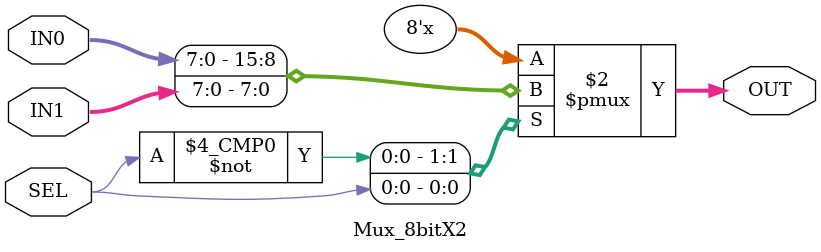
<source format=v>
module Mux_8bitX2(IN0 ,IN1,SEL ,OUT );


input [7:0] IN0 ,IN1;
input SEL;

output [7:0] OUT ;
reg  [7:0] OUT ;


always @(SEL or IN0  or IN1)
begin
case (SEL )
0 : OUT  = IN0 ;
1 : OUT  = IN1 ;
default : OUT  = {8{1'bz}};
endcase
end

endmodule 
</source>
